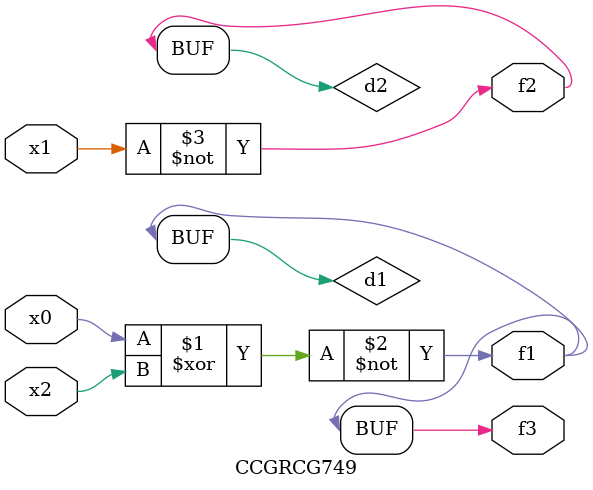
<source format=v>
module CCGRCG749(
	input x0, x1, x2,
	output f1, f2, f3
);

	wire d1, d2, d3;

	xnor (d1, x0, x2);
	nand (d2, x1);
	nor (d3, x1, x2);
	assign f1 = d1;
	assign f2 = d2;
	assign f3 = d1;
endmodule

</source>
